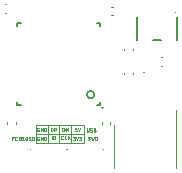
<source format=gbr>
%TF.GenerationSoftware,KiCad,Pcbnew,9.0.2*%
%TF.CreationDate,2025-06-01T13:38:19+02:00*%
%TF.ProjectId,FCB1010_controller,46434231-3031-4305-9f63-6f6e74726f6c,rev?*%
%TF.SameCoordinates,Original*%
%TF.FileFunction,Legend,Top*%
%TF.FilePolarity,Positive*%
%FSLAX46Y46*%
G04 Gerber Fmt 4.6, Leading zero omitted, Abs format (unit mm)*
G04 Created by KiCad (PCBNEW 9.0.2) date 2025-06-01 13:38:19*
%MOMM*%
%LPD*%
G01*
G04 APERTURE LIST*
%ADD10C,0.100000*%
%ADD11C,0.040000*%
%ADD12C,0.120000*%
%ADD13C,0.152400*%
%ADD14C,0.127000*%
G04 APERTURE END LIST*
D10*
X145550000Y-104150000D02*
X149650000Y-104150000D01*
X145550000Y-103400000D02*
X149650000Y-103400000D01*
X147550000Y-102650000D02*
X147550000Y-104150000D01*
X148550000Y-102650000D02*
X148550000Y-104150000D01*
X145550000Y-102650000D02*
X145550000Y-104150000D01*
X149650000Y-102650000D02*
X145550000Y-102650000D01*
X146550000Y-102650000D02*
X146550000Y-104150000D01*
X149650000Y-104150000D02*
X149650000Y-102650000D01*
D11*
X145821428Y-102900991D02*
X145792857Y-102886705D01*
X145792857Y-102886705D02*
X145749999Y-102886705D01*
X145749999Y-102886705D02*
X145707142Y-102900991D01*
X145707142Y-102900991D02*
X145678571Y-102929562D01*
X145678571Y-102929562D02*
X145664285Y-102958134D01*
X145664285Y-102958134D02*
X145649999Y-103015277D01*
X145649999Y-103015277D02*
X145649999Y-103058134D01*
X145649999Y-103058134D02*
X145664285Y-103115277D01*
X145664285Y-103115277D02*
X145678571Y-103143848D01*
X145678571Y-103143848D02*
X145707142Y-103172420D01*
X145707142Y-103172420D02*
X145749999Y-103186705D01*
X145749999Y-103186705D02*
X145778571Y-103186705D01*
X145778571Y-103186705D02*
X145821428Y-103172420D01*
X145821428Y-103172420D02*
X145835714Y-103158134D01*
X145835714Y-103158134D02*
X145835714Y-103058134D01*
X145835714Y-103058134D02*
X145778571Y-103058134D01*
X145964285Y-103186705D02*
X145964285Y-102886705D01*
X145964285Y-102886705D02*
X146135714Y-103186705D01*
X146135714Y-103186705D02*
X146135714Y-102886705D01*
X146278571Y-103186705D02*
X146278571Y-102886705D01*
X146278571Y-102886705D02*
X146350000Y-102886705D01*
X146350000Y-102886705D02*
X146392857Y-102900991D01*
X146392857Y-102900991D02*
X146421428Y-102929562D01*
X146421428Y-102929562D02*
X146435714Y-102958134D01*
X146435714Y-102958134D02*
X146450000Y-103015277D01*
X146450000Y-103015277D02*
X146450000Y-103058134D01*
X146450000Y-103058134D02*
X146435714Y-103115277D01*
X146435714Y-103115277D02*
X146421428Y-103143848D01*
X146421428Y-103143848D02*
X146392857Y-103172420D01*
X146392857Y-103172420D02*
X146350000Y-103186705D01*
X146350000Y-103186705D02*
X146278571Y-103186705D01*
X148992857Y-102886705D02*
X148850000Y-102886705D01*
X148850000Y-102886705D02*
X148835714Y-103029562D01*
X148835714Y-103029562D02*
X148850000Y-103015277D01*
X148850000Y-103015277D02*
X148878572Y-103000991D01*
X148878572Y-103000991D02*
X148950000Y-103000991D01*
X148950000Y-103000991D02*
X148978572Y-103015277D01*
X148978572Y-103015277D02*
X148992857Y-103029562D01*
X148992857Y-103029562D02*
X149007143Y-103058134D01*
X149007143Y-103058134D02*
X149007143Y-103129562D01*
X149007143Y-103129562D02*
X148992857Y-103158134D01*
X148992857Y-103158134D02*
X148978572Y-103172420D01*
X148978572Y-103172420D02*
X148950000Y-103186705D01*
X148950000Y-103186705D02*
X148878572Y-103186705D01*
X148878572Y-103186705D02*
X148850000Y-103172420D01*
X148850000Y-103172420D02*
X148835714Y-103158134D01*
X149092857Y-102886705D02*
X149192857Y-103186705D01*
X149192857Y-103186705D02*
X149292857Y-102886705D01*
X147871429Y-103858134D02*
X147857143Y-103872420D01*
X147857143Y-103872420D02*
X147814286Y-103886705D01*
X147814286Y-103886705D02*
X147785714Y-103886705D01*
X147785714Y-103886705D02*
X147742857Y-103872420D01*
X147742857Y-103872420D02*
X147714286Y-103843848D01*
X147714286Y-103843848D02*
X147700000Y-103815277D01*
X147700000Y-103815277D02*
X147685714Y-103758134D01*
X147685714Y-103758134D02*
X147685714Y-103715277D01*
X147685714Y-103715277D02*
X147700000Y-103658134D01*
X147700000Y-103658134D02*
X147714286Y-103629562D01*
X147714286Y-103629562D02*
X147742857Y-103600991D01*
X147742857Y-103600991D02*
X147785714Y-103586705D01*
X147785714Y-103586705D02*
X147814286Y-103586705D01*
X147814286Y-103586705D02*
X147857143Y-103600991D01*
X147857143Y-103600991D02*
X147871429Y-103615277D01*
X148142857Y-103886705D02*
X148000000Y-103886705D01*
X148000000Y-103886705D02*
X148000000Y-103586705D01*
X148242857Y-103886705D02*
X148242857Y-103586705D01*
X148414286Y-103886705D02*
X148285714Y-103715277D01*
X148414286Y-103586705D02*
X148242857Y-103758134D01*
X146821428Y-103186705D02*
X146821428Y-102886705D01*
X146821428Y-102886705D02*
X146892857Y-102886705D01*
X146892857Y-102886705D02*
X146935714Y-102900991D01*
X146935714Y-102900991D02*
X146964285Y-102929562D01*
X146964285Y-102929562D02*
X146978571Y-102958134D01*
X146978571Y-102958134D02*
X146992857Y-103015277D01*
X146992857Y-103015277D02*
X146992857Y-103058134D01*
X146992857Y-103058134D02*
X146978571Y-103115277D01*
X146978571Y-103115277D02*
X146964285Y-103143848D01*
X146964285Y-103143848D02*
X146935714Y-103172420D01*
X146935714Y-103172420D02*
X146892857Y-103186705D01*
X146892857Y-103186705D02*
X146821428Y-103186705D01*
X147121428Y-103186705D02*
X147121428Y-102886705D01*
X147121428Y-102886705D02*
X147235714Y-102886705D01*
X147235714Y-102886705D02*
X147264285Y-102900991D01*
X147264285Y-102900991D02*
X147278571Y-102915277D01*
X147278571Y-102915277D02*
X147292857Y-102943848D01*
X147292857Y-102943848D02*
X147292857Y-102986705D01*
X147292857Y-102986705D02*
X147278571Y-103015277D01*
X147278571Y-103015277D02*
X147264285Y-103029562D01*
X147264285Y-103029562D02*
X147235714Y-103043848D01*
X147235714Y-103043848D02*
X147121428Y-103043848D01*
X146892857Y-103886705D02*
X146892857Y-103586705D01*
X147092857Y-103586705D02*
X147150000Y-103586705D01*
X147150000Y-103586705D02*
X147178571Y-103600991D01*
X147178571Y-103600991D02*
X147207143Y-103629562D01*
X147207143Y-103629562D02*
X147221428Y-103686705D01*
X147221428Y-103686705D02*
X147221428Y-103786705D01*
X147221428Y-103786705D02*
X147207143Y-103843848D01*
X147207143Y-103843848D02*
X147178571Y-103872420D01*
X147178571Y-103872420D02*
X147150000Y-103886705D01*
X147150000Y-103886705D02*
X147092857Y-103886705D01*
X147092857Y-103886705D02*
X147064286Y-103872420D01*
X147064286Y-103872420D02*
X147035714Y-103843848D01*
X147035714Y-103843848D02*
X147021428Y-103786705D01*
X147021428Y-103786705D02*
X147021428Y-103686705D01*
X147021428Y-103686705D02*
X147035714Y-103629562D01*
X147035714Y-103629562D02*
X147064286Y-103600991D01*
X147064286Y-103600991D02*
X147092857Y-103586705D01*
X148678572Y-103636705D02*
X148864286Y-103636705D01*
X148864286Y-103636705D02*
X148764286Y-103750991D01*
X148764286Y-103750991D02*
X148807143Y-103750991D01*
X148807143Y-103750991D02*
X148835715Y-103765277D01*
X148835715Y-103765277D02*
X148850000Y-103779562D01*
X148850000Y-103779562D02*
X148864286Y-103808134D01*
X148864286Y-103808134D02*
X148864286Y-103879562D01*
X148864286Y-103879562D02*
X148850000Y-103908134D01*
X148850000Y-103908134D02*
X148835715Y-103922420D01*
X148835715Y-103922420D02*
X148807143Y-103936705D01*
X148807143Y-103936705D02*
X148721429Y-103936705D01*
X148721429Y-103936705D02*
X148692857Y-103922420D01*
X148692857Y-103922420D02*
X148678572Y-103908134D01*
X148950000Y-103636705D02*
X149050000Y-103936705D01*
X149050000Y-103936705D02*
X149150000Y-103636705D01*
X149221429Y-103636705D02*
X149407143Y-103636705D01*
X149407143Y-103636705D02*
X149307143Y-103750991D01*
X149307143Y-103750991D02*
X149350000Y-103750991D01*
X149350000Y-103750991D02*
X149378572Y-103765277D01*
X149378572Y-103765277D02*
X149392857Y-103779562D01*
X149392857Y-103779562D02*
X149407143Y-103808134D01*
X149407143Y-103808134D02*
X149407143Y-103879562D01*
X149407143Y-103879562D02*
X149392857Y-103908134D01*
X149392857Y-103908134D02*
X149378572Y-103922420D01*
X149378572Y-103922420D02*
X149350000Y-103936705D01*
X149350000Y-103936705D02*
X149264286Y-103936705D01*
X149264286Y-103936705D02*
X149235714Y-103922420D01*
X149235714Y-103922420D02*
X149221429Y-103908134D01*
X147814285Y-103186705D02*
X147814285Y-102886705D01*
X147814285Y-102886705D02*
X147885714Y-102886705D01*
X147885714Y-102886705D02*
X147928571Y-102900991D01*
X147928571Y-102900991D02*
X147957142Y-102929562D01*
X147957142Y-102929562D02*
X147971428Y-102958134D01*
X147971428Y-102958134D02*
X147985714Y-103015277D01*
X147985714Y-103015277D02*
X147985714Y-103058134D01*
X147985714Y-103058134D02*
X147971428Y-103115277D01*
X147971428Y-103115277D02*
X147957142Y-103143848D01*
X147957142Y-103143848D02*
X147928571Y-103172420D01*
X147928571Y-103172420D02*
X147885714Y-103186705D01*
X147885714Y-103186705D02*
X147814285Y-103186705D01*
X148114285Y-103186705D02*
X148114285Y-102886705D01*
X148114285Y-102886705D02*
X148285714Y-103186705D01*
X148285714Y-103186705D02*
X148285714Y-102886705D01*
X149847743Y-102936705D02*
X149847743Y-103179562D01*
X149847743Y-103179562D02*
X149862029Y-103208134D01*
X149862029Y-103208134D02*
X149876315Y-103222420D01*
X149876315Y-103222420D02*
X149904886Y-103236705D01*
X149904886Y-103236705D02*
X149962029Y-103236705D01*
X149962029Y-103236705D02*
X149990600Y-103222420D01*
X149990600Y-103222420D02*
X150004886Y-103208134D01*
X150004886Y-103208134D02*
X150019172Y-103179562D01*
X150019172Y-103179562D02*
X150019172Y-102936705D01*
X150147743Y-103222420D02*
X150190601Y-103236705D01*
X150190601Y-103236705D02*
X150262029Y-103236705D01*
X150262029Y-103236705D02*
X150290601Y-103222420D01*
X150290601Y-103222420D02*
X150304886Y-103208134D01*
X150304886Y-103208134D02*
X150319172Y-103179562D01*
X150319172Y-103179562D02*
X150319172Y-103150991D01*
X150319172Y-103150991D02*
X150304886Y-103122420D01*
X150304886Y-103122420D02*
X150290601Y-103108134D01*
X150290601Y-103108134D02*
X150262029Y-103093848D01*
X150262029Y-103093848D02*
X150204886Y-103079562D01*
X150204886Y-103079562D02*
X150176315Y-103065277D01*
X150176315Y-103065277D02*
X150162029Y-103050991D01*
X150162029Y-103050991D02*
X150147743Y-103022420D01*
X150147743Y-103022420D02*
X150147743Y-102993848D01*
X150147743Y-102993848D02*
X150162029Y-102965277D01*
X150162029Y-102965277D02*
X150176315Y-102950991D01*
X150176315Y-102950991D02*
X150204886Y-102936705D01*
X150204886Y-102936705D02*
X150276315Y-102936705D01*
X150276315Y-102936705D02*
X150319172Y-102950991D01*
X150547743Y-103079562D02*
X150590600Y-103093848D01*
X150590600Y-103093848D02*
X150604886Y-103108134D01*
X150604886Y-103108134D02*
X150619172Y-103136705D01*
X150619172Y-103136705D02*
X150619172Y-103179562D01*
X150619172Y-103179562D02*
X150604886Y-103208134D01*
X150604886Y-103208134D02*
X150590600Y-103222420D01*
X150590600Y-103222420D02*
X150562029Y-103236705D01*
X150562029Y-103236705D02*
X150447743Y-103236705D01*
X150447743Y-103236705D02*
X150447743Y-102936705D01*
X150447743Y-102936705D02*
X150547743Y-102936705D01*
X150547743Y-102936705D02*
X150576315Y-102950991D01*
X150576315Y-102950991D02*
X150590600Y-102965277D01*
X150590600Y-102965277D02*
X150604886Y-102993848D01*
X150604886Y-102993848D02*
X150604886Y-103022420D01*
X150604886Y-103022420D02*
X150590600Y-103050991D01*
X150590600Y-103050991D02*
X150576315Y-103065277D01*
X150576315Y-103065277D02*
X150547743Y-103079562D01*
X150547743Y-103079562D02*
X150447743Y-103079562D01*
X145821428Y-103650991D02*
X145792857Y-103636705D01*
X145792857Y-103636705D02*
X145749999Y-103636705D01*
X145749999Y-103636705D02*
X145707142Y-103650991D01*
X145707142Y-103650991D02*
X145678571Y-103679562D01*
X145678571Y-103679562D02*
X145664285Y-103708134D01*
X145664285Y-103708134D02*
X145649999Y-103765277D01*
X145649999Y-103765277D02*
X145649999Y-103808134D01*
X145649999Y-103808134D02*
X145664285Y-103865277D01*
X145664285Y-103865277D02*
X145678571Y-103893848D01*
X145678571Y-103893848D02*
X145707142Y-103922420D01*
X145707142Y-103922420D02*
X145749999Y-103936705D01*
X145749999Y-103936705D02*
X145778571Y-103936705D01*
X145778571Y-103936705D02*
X145821428Y-103922420D01*
X145821428Y-103922420D02*
X145835714Y-103908134D01*
X145835714Y-103908134D02*
X145835714Y-103808134D01*
X145835714Y-103808134D02*
X145778571Y-103808134D01*
X145964285Y-103936705D02*
X145964285Y-103636705D01*
X145964285Y-103636705D02*
X146135714Y-103936705D01*
X146135714Y-103936705D02*
X146135714Y-103636705D01*
X146278571Y-103936705D02*
X146278571Y-103636705D01*
X146278571Y-103636705D02*
X146350000Y-103636705D01*
X146350000Y-103636705D02*
X146392857Y-103650991D01*
X146392857Y-103650991D02*
X146421428Y-103679562D01*
X146421428Y-103679562D02*
X146435714Y-103708134D01*
X146435714Y-103708134D02*
X146450000Y-103765277D01*
X146450000Y-103765277D02*
X146450000Y-103808134D01*
X146450000Y-103808134D02*
X146435714Y-103865277D01*
X146435714Y-103865277D02*
X146421428Y-103893848D01*
X146421428Y-103893848D02*
X146392857Y-103922420D01*
X146392857Y-103922420D02*
X146350000Y-103936705D01*
X146350000Y-103936705D02*
X146278571Y-103936705D01*
X143645114Y-103779562D02*
X143545114Y-103779562D01*
X143545114Y-103936705D02*
X143545114Y-103636705D01*
X143545114Y-103636705D02*
X143687971Y-103636705D01*
X143973686Y-103908134D02*
X143959400Y-103922420D01*
X143959400Y-103922420D02*
X143916543Y-103936705D01*
X143916543Y-103936705D02*
X143887971Y-103936705D01*
X143887971Y-103936705D02*
X143845114Y-103922420D01*
X143845114Y-103922420D02*
X143816543Y-103893848D01*
X143816543Y-103893848D02*
X143802257Y-103865277D01*
X143802257Y-103865277D02*
X143787971Y-103808134D01*
X143787971Y-103808134D02*
X143787971Y-103765277D01*
X143787971Y-103765277D02*
X143802257Y-103708134D01*
X143802257Y-103708134D02*
X143816543Y-103679562D01*
X143816543Y-103679562D02*
X143845114Y-103650991D01*
X143845114Y-103650991D02*
X143887971Y-103636705D01*
X143887971Y-103636705D02*
X143916543Y-103636705D01*
X143916543Y-103636705D02*
X143959400Y-103650991D01*
X143959400Y-103650991D02*
X143973686Y-103665277D01*
X144202257Y-103779562D02*
X144245114Y-103793848D01*
X144245114Y-103793848D02*
X144259400Y-103808134D01*
X144259400Y-103808134D02*
X144273686Y-103836705D01*
X144273686Y-103836705D02*
X144273686Y-103879562D01*
X144273686Y-103879562D02*
X144259400Y-103908134D01*
X144259400Y-103908134D02*
X144245114Y-103922420D01*
X144245114Y-103922420D02*
X144216543Y-103936705D01*
X144216543Y-103936705D02*
X144102257Y-103936705D01*
X144102257Y-103936705D02*
X144102257Y-103636705D01*
X144102257Y-103636705D02*
X144202257Y-103636705D01*
X144202257Y-103636705D02*
X144230829Y-103650991D01*
X144230829Y-103650991D02*
X144245114Y-103665277D01*
X144245114Y-103665277D02*
X144259400Y-103693848D01*
X144259400Y-103693848D02*
X144259400Y-103722420D01*
X144259400Y-103722420D02*
X144245114Y-103750991D01*
X144245114Y-103750991D02*
X144230829Y-103765277D01*
X144230829Y-103765277D02*
X144202257Y-103779562D01*
X144202257Y-103779562D02*
X144102257Y-103779562D01*
X144559400Y-103936705D02*
X144387971Y-103936705D01*
X144473686Y-103936705D02*
X144473686Y-103636705D01*
X144473686Y-103636705D02*
X144445114Y-103679562D01*
X144445114Y-103679562D02*
X144416543Y-103708134D01*
X144416543Y-103708134D02*
X144387971Y-103722420D01*
X144745114Y-103636705D02*
X144773685Y-103636705D01*
X144773685Y-103636705D02*
X144802257Y-103650991D01*
X144802257Y-103650991D02*
X144816543Y-103665277D01*
X144816543Y-103665277D02*
X144830828Y-103693848D01*
X144830828Y-103693848D02*
X144845114Y-103750991D01*
X144845114Y-103750991D02*
X144845114Y-103822420D01*
X144845114Y-103822420D02*
X144830828Y-103879562D01*
X144830828Y-103879562D02*
X144816543Y-103908134D01*
X144816543Y-103908134D02*
X144802257Y-103922420D01*
X144802257Y-103922420D02*
X144773685Y-103936705D01*
X144773685Y-103936705D02*
X144745114Y-103936705D01*
X144745114Y-103936705D02*
X144716543Y-103922420D01*
X144716543Y-103922420D02*
X144702257Y-103908134D01*
X144702257Y-103908134D02*
X144687971Y-103879562D01*
X144687971Y-103879562D02*
X144673685Y-103822420D01*
X144673685Y-103822420D02*
X144673685Y-103750991D01*
X144673685Y-103750991D02*
X144687971Y-103693848D01*
X144687971Y-103693848D02*
X144702257Y-103665277D01*
X144702257Y-103665277D02*
X144716543Y-103650991D01*
X144716543Y-103650991D02*
X144745114Y-103636705D01*
X145130828Y-103936705D02*
X144959399Y-103936705D01*
X145045114Y-103936705D02*
X145045114Y-103636705D01*
X145045114Y-103636705D02*
X145016542Y-103679562D01*
X145016542Y-103679562D02*
X144987971Y-103708134D01*
X144987971Y-103708134D02*
X144959399Y-103722420D01*
X145316542Y-103636705D02*
X145345113Y-103636705D01*
X145345113Y-103636705D02*
X145373685Y-103650991D01*
X145373685Y-103650991D02*
X145387971Y-103665277D01*
X145387971Y-103665277D02*
X145402256Y-103693848D01*
X145402256Y-103693848D02*
X145416542Y-103750991D01*
X145416542Y-103750991D02*
X145416542Y-103822420D01*
X145416542Y-103822420D02*
X145402256Y-103879562D01*
X145402256Y-103879562D02*
X145387971Y-103908134D01*
X145387971Y-103908134D02*
X145373685Y-103922420D01*
X145373685Y-103922420D02*
X145345113Y-103936705D01*
X145345113Y-103936705D02*
X145316542Y-103936705D01*
X145316542Y-103936705D02*
X145287971Y-103922420D01*
X145287971Y-103922420D02*
X145273685Y-103908134D01*
X145273685Y-103908134D02*
X145259399Y-103879562D01*
X145259399Y-103879562D02*
X145245113Y-103822420D01*
X145245113Y-103822420D02*
X145245113Y-103750991D01*
X145245113Y-103750991D02*
X145259399Y-103693848D01*
X145259399Y-103693848D02*
X145273685Y-103665277D01*
X145273685Y-103665277D02*
X145287971Y-103650991D01*
X145287971Y-103650991D02*
X145316542Y-103636705D01*
X149933457Y-103922420D02*
X149976315Y-103936705D01*
X149976315Y-103936705D02*
X150047743Y-103936705D01*
X150047743Y-103936705D02*
X150076315Y-103922420D01*
X150076315Y-103922420D02*
X150090600Y-103908134D01*
X150090600Y-103908134D02*
X150104886Y-103879562D01*
X150104886Y-103879562D02*
X150104886Y-103850991D01*
X150104886Y-103850991D02*
X150090600Y-103822420D01*
X150090600Y-103822420D02*
X150076315Y-103808134D01*
X150076315Y-103808134D02*
X150047743Y-103793848D01*
X150047743Y-103793848D02*
X149990600Y-103779562D01*
X149990600Y-103779562D02*
X149962029Y-103765277D01*
X149962029Y-103765277D02*
X149947743Y-103750991D01*
X149947743Y-103750991D02*
X149933457Y-103722420D01*
X149933457Y-103722420D02*
X149933457Y-103693848D01*
X149933457Y-103693848D02*
X149947743Y-103665277D01*
X149947743Y-103665277D02*
X149962029Y-103650991D01*
X149962029Y-103650991D02*
X149990600Y-103636705D01*
X149990600Y-103636705D02*
X150062029Y-103636705D01*
X150062029Y-103636705D02*
X150104886Y-103650991D01*
X150204886Y-103636705D02*
X150276314Y-103936705D01*
X150276314Y-103936705D02*
X150333457Y-103722420D01*
X150333457Y-103722420D02*
X150390600Y-103936705D01*
X150390600Y-103936705D02*
X150462029Y-103636705D01*
X150576314Y-103936705D02*
X150576314Y-103636705D01*
X150576314Y-103636705D02*
X150647743Y-103636705D01*
X150647743Y-103636705D02*
X150690600Y-103650991D01*
X150690600Y-103650991D02*
X150719171Y-103679562D01*
X150719171Y-103679562D02*
X150733457Y-103708134D01*
X150733457Y-103708134D02*
X150747743Y-103765277D01*
X150747743Y-103765277D02*
X150747743Y-103808134D01*
X150747743Y-103808134D02*
X150733457Y-103865277D01*
X150733457Y-103865277D02*
X150719171Y-103893848D01*
X150719171Y-103893848D02*
X150690600Y-103922420D01*
X150690600Y-103922420D02*
X150647743Y-103936705D01*
X150647743Y-103936705D02*
X150576314Y-103936705D01*
D12*
%TO.C,J1*%
X157385000Y-101410000D02*
X157385000Y-102685000D01*
X157450000Y-102685000D02*
X157385000Y-102685000D01*
X157450000Y-102685000D02*
X157450000Y-106315000D01*
X152215000Y-102685000D02*
X152150000Y-102685000D01*
X152150000Y-102685000D02*
X152150000Y-106315000D01*
X157450000Y-106315000D02*
X157385000Y-106315000D01*
X152215000Y-106315000D02*
X152150000Y-106315000D01*
%TO.C,C7*%
X153770000Y-98250000D02*
X153770000Y-98350000D01*
X153030000Y-98250000D02*
X153030000Y-98350000D01*
%TO.C,C6*%
X156250000Y-97670000D02*
X156150000Y-97670000D01*
X156250000Y-96930000D02*
X156150000Y-96930000D01*
%TO.C,C5*%
X152050000Y-93370000D02*
X151950000Y-93370000D01*
X152050000Y-92630000D02*
X151950000Y-92630000D01*
%TO.C,C4*%
X153770000Y-96250000D02*
X153770000Y-96350000D01*
X153030000Y-96250000D02*
X153030000Y-96350000D01*
%TO.C,C3*%
X143870000Y-102450000D02*
X143870000Y-102550000D01*
X143130000Y-102450000D02*
X143130000Y-102550000D01*
%TO.C,C2*%
X151870000Y-102450000D02*
X151870000Y-102550000D01*
X151130000Y-102450000D02*
X151130000Y-102550000D01*
%TO.C,C1*%
X143050000Y-93170000D02*
X142950000Y-93170000D01*
X143050000Y-92430000D02*
X142950000Y-92430000D01*
D10*
%TO.C,U2*%
X148250000Y-104700000D02*
G75*
G02*
X148150000Y-104700000I-50000J0D01*
G01*
X148150000Y-104700000D02*
G75*
G02*
X148250000Y-104700000I50000J0D01*
G01*
%TO.C,U3*%
X151350000Y-104700000D02*
G75*
G02*
X151250000Y-104700000I-50000J0D01*
G01*
X151250000Y-104700000D02*
G75*
G02*
X151350000Y-104700000I50000J0D01*
G01*
%TO.C,U4*%
X145150000Y-104700000D02*
G75*
G02*
X145050000Y-104700000I-50000J0D01*
G01*
X145050000Y-104700000D02*
G75*
G02*
X145150000Y-104700000I50000J0D01*
G01*
%TO.C,U5*%
X154750000Y-98200000D02*
G75*
G02*
X154650000Y-98200000I-50000J0D01*
G01*
X154650000Y-98200000D02*
G75*
G02*
X154750000Y-98200000I50000J0D01*
G01*
D13*
%TO.C,U6*%
X154123600Y-93522100D02*
X154123600Y-95477900D01*
X155436739Y-95477900D02*
X156163261Y-95477900D01*
X157476400Y-95477900D02*
X157476400Y-93522100D01*
D10*
X157450000Y-93100000D02*
G75*
G02*
X157350000Y-93100000I-50000J0D01*
G01*
X157350000Y-93100000D02*
G75*
G02*
X157450000Y-93100000I50000J0D01*
G01*
D14*
%TO.C,U1*%
X144000000Y-94000000D02*
X144000000Y-94300000D01*
X144000000Y-100700000D02*
X144000000Y-101000000D01*
X144000000Y-101000000D02*
X144300000Y-101000000D01*
X144300000Y-94000000D02*
X144000000Y-94000000D01*
X150700000Y-101000000D02*
X151000000Y-101000000D01*
X151000000Y-94000000D02*
X150700000Y-94000000D01*
X151000000Y-94300000D02*
X151000000Y-94000000D01*
X151000000Y-101000000D02*
X151000000Y-100700000D01*
X150516225Y-100100000D02*
G75*
G02*
X149883775Y-100100000I-316225J0D01*
G01*
X149883775Y-100100000D02*
G75*
G02*
X150516225Y-100100000I316225J0D01*
G01*
X151262803Y-101200000D02*
G75*
G02*
X151137197Y-101200000I-62803J0D01*
G01*
X151137197Y-101200000D02*
G75*
G02*
X151262803Y-101200000I62803J0D01*
G01*
%TD*%
M02*

</source>
